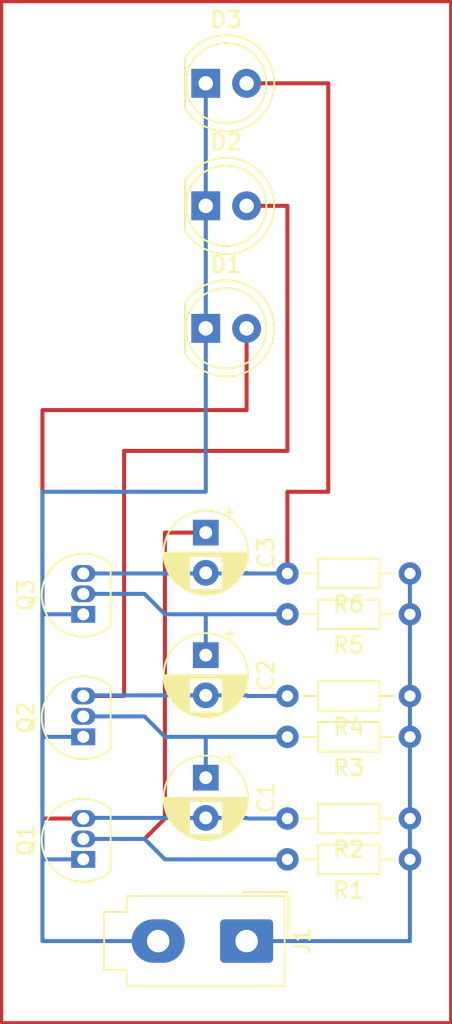
<source format=kicad_pcb>
(kicad_pcb (version 20211014) (generator pcbnew)
  (layers (0 "F.Cu" signal) (31 "B.Cu" signal) (34 "B.Paste" user) (35 "F.Paste" user) (36 "B.SilkS" user "B.Silkscreen") (37 "F.SilkS" user "F.Silkscreen") (38 "B.Mask" user) (39 "F.Mask" user) (44 "Edge.Cuts" user))
  (net 0 "")
  (net 1 "Net-(C1-Pad1)")
  (net 2 "Net-(C1-Pad2)")
  (net 3 "Net-(C2-Pad1)")
  (net 4 "Net-(C2-Pad2)")
  (net 5 "Net-(C3-Pad1)")
  (net 6 "Net-(C3-Pad2)")
  (net 7 "Net-(D1-Pad1)")
  (net 8 "Net-(J1-Pad1)")
  (footprint "Capacitor_THT:CP_Radial_D5.0mm_P2.50mm" (layer "F.Cu") (at 121.92 73.66 -90)
    (fp_text reference "C1" (at 1.25 -3.75 90) (layer "F.SilkS"))
    (fp_text value "220µF")
    (fp_line (start 1.29 -2.58) (end 1.29 2.58) (layer "F.SilkS") (width 0.12))
    (fp_line (start 2.611 -2.2) (end 2.611 -1.04) (layer "F.SilkS") (width 0.12))
    (fp_line (start 3.771 -0.677) (end 3.771 0.677) (layer "F.SilkS") (width 0.12))
    (fp_line (start 2.011 -2.468) (end 2.011 -1.04) (layer "F.SilkS") (width 0.12))
    (fp_line (start 3.691 -0.915) (end 3.691 0.915) (layer "F.SilkS") (width 0.12))
    (fp_line (start 1.45 -2.573) (end 1.45 2.573) (layer "F.SilkS") (width 0.12))
    (fp_line (start 3.091 -1.826) (end 3.091 -1.04) (layer "F.SilkS") (width 0.12))
    (fp_line (start 2.811 1.04) (end 2.811 2.065) (layer "F.SilkS") (width 0.12))
    (fp_line (start 2.891 -2.004) (end 2.891 -1.04) (layer "F.SilkS") (width 0.12))
    (fp_line (start 3.451 -1.383) (end 3.451 -1.04) (layer "F.SilkS") (width 0.12))
    (fp_line (start -1.304775 -1.725) (end -1.304775 -1.225) (layer "F.SilkS") (width 0.12))
    (fp_line (start 2.971 1.04) (end 2.971 1.937) (layer "F.SilkS") (width 0.12))
    (fp_line (start 2.571 -2.224) (end 2.571 -1.04) (layer "F.SilkS") (width 0.12))
    (fp_line (start 3.011 1.04) (end 3.011 1.901) (layer "F.SilkS") (width 0.12))
    (fp_line (start 2.771 -2.095) (end 2.771 -1.04) (layer "F.SilkS") (width 0.12))
    (fp_line (start 3.251 1.04) (end 3.251 1.653) (layer "F.SilkS") (width 0.12))
    (fp_line (start 1.53 -2.565) (end 1.53 -1.04) (layer "F.SilkS") (width 0.12))
    (fp_line (start 1.65 1.04) (end 1.65 2.55) (layer "F.SilkS") (width 0.12))
    (fp_line (start 2.971 -1.937) (end 2.971 -1.04) (layer "F.SilkS") (width 0.12))
    (fp_line (start 3.291 -1.605) (end 3.291 -1.04) (layer "F.SilkS") (width 0.12))
    (fp_line (start 1.61 1.04) (end 1.61 2.556) (layer "F.SilkS") (width 0.12))
    (fp_line (start 1.49 -2.569) (end 1.49 -1.04) (layer "F.SilkS") (width 0.12))
    (fp_line (start 3.291 1.04) (end 3.291 1.605) (layer "F.SilkS") (width 0.12))
    (fp_line (start 3.531 -1.251) (end 3.531 -1.04) (layer "F.SilkS") (width 0.12))
    (fp_line (start 1.53 1.04) (end 1.53 2.565) (layer "F.SilkS") (width 0.12))
    (fp_line (start 1.73 1.04) (end 1.73 2.536) (layer "F.SilkS") (width 0.12))
    (fp_line (start 1.85 1.04) (end 1.85 2.511) (layer "F.SilkS") (width 0.12))
    (fp_line (start 2.171 -2.414) (end 2.171 -1.04) (layer "F.SilkS") (width 0.12))
    (fp_line (start 3.211 1.04) (end 3.211 1.699) (layer "F.SilkS") (width 0.12))
    (fp_line (start 2.411 1.04) (end 2.411 2.31) (layer "F.SilkS") (width 0.12))
    (fp_line (start 2.851 1.04) (end 2.851 2.035) (layer "F.SilkS") (width 0.12))
    (fp_line (start 3.851 -0.284) (end 3.851 0.284) (layer "F.SilkS") (width 0.12))
    (fp_line (start 2.851 -2.035) (end 2.851 -1.04) (layer "F.SilkS") (width 0.12))
    (fp_line (start 1.69 1.04) (end 1.69 2.543) (layer "F.SilkS") (width 0.12))
    (fp_line (start 2.811 -2.065) (end 2.811 -1.04) (layer "F.SilkS") (width 0.12))
    (fp_line (start 3.051 1.04) (end 3.051 1.864) (layer "F.SilkS") (width 0.12))
    (fp_line (start 1.81 -2.52) (end 1.81 -1.04) (layer "F.SilkS") (width 0.12))
    (fp_line (start 1.25 -2.58) (end 1.25 2.58) (layer "F.SilkS") (width 0.12))
    (fp_line (start 3.131 -1.785) (end 3.131 -1.04) (layer "F.SilkS") (width 0.12))
    (fp_line (start 3.211 -1.699) (end 3.211 -1.04) (layer "F.SilkS") (width 0.12))
    (fp_line (start 2.251 1.04) (end 2.251 2.382) (layer "F.SilkS") (width 0.12))
    (fp_line (start 1.69 -2.543) (end 1.69 -1.04) (layer "F.SilkS") (width 0.12))
    (fp_line (start 2.171 1.04) (end 2.171 2.414) (layer "F.SilkS") (width 0.12))
    (fp_line (start 3.811 -0.518) (end 3.811 0.518) (layer "F.SilkS") (width 0.12))
    (fp_line (start 2.451 -2.29) (end 2.451 -1.04) (layer "F.SilkS") (width 0.12))
    (fp_line (start 2.371 -2.329) (end 2.371 -1.04) (layer "F.SilkS") (width 0.12))
    (fp_line (start 1.61 -2.556) (end 1.61 -1.04) (layer "F.SilkS") (width 0.12))
    (fp_line (start 3.491 1.04) (end 3.491 1.319) (layer "F.SilkS") (width 0.12))
    (fp_line (start 2.731 1.04) (end 2.731 2.122) (layer "F.SilkS") (width 0.12))
    (fp_line (start 2.491 -2.268) (end 2.491 -1.04) (layer "F.SilkS") (width 0.12))
    (fp_line (start 2.331 1.04) (end 2.331 2.348) (layer "F.SilkS") (width 0.12))
    (fp_line (start 2.691 -2.149) (end 2.691 -1.04) (layer "F.SilkS") (width 0.12))
    (fp_line (start 3.611 -1.098) (end 3.611 1.098) (layer "F.SilkS") (width 0.12))
    (fp_line (start 2.291 -2.365) (end 2.291 -1.04) (layer "F.SilkS") (width 0.12))
    (fp_line (start 2.891 1.04) (end 2.891 2.004) (layer "F.SilkS") (width 0.12))
    (fp_line (start 2.131 1.04) (end 2.131 2.428) (layer "F.SilkS") (width 0.12))
    (fp_line (start 1.77 -2.528) (end 1.77 -1.04) (layer "F.SilkS") (width 0.12))
    (fp_line (start 3.051 -1.864) (end 3.051 -1.04) (layer "F.SilkS") (width 0.12))
    (fp_line (start 2.251 -2.382) (end 2.251 -1.04) (layer "F.SilkS") (width 0.12))
    (fp_line (start 1.971 1.04) (end 1.971 2.48) (layer "F.SilkS") (width 0.12))
    (fp_line (start 2.611 1.04) (end 2.611 2.2) (layer "F.SilkS") (width 0.12))
    (fp_line (start 2.131 -2.428) (end 2.131 -1.04) (layer "F.SilkS") (width 0.12))
    (fp_line (start 2.371 1.04) (end 2.371 2.329) (layer "F.SilkS") (width 0.12))
    (fp_line (start 2.531 1.04) (end 2.531 2.247) (layer "F.SilkS") (width 0.12))
    (fp_line (start 3.371 -1.5) (end 3.371 -1.04) (layer "F.SilkS") (width 0.12))
    (fp_line (start 1.971 -2.48) (end 1.971 -1.04) (layer "F.SilkS") (width 0.12))
    (fp_line (start 3.411 1.04) (end 3.411 1.443) (layer "F.SilkS") (width 0.12))
    (fp_line (start 1.41 -2.576) (end 1.41 2.576) (layer "F.SilkS") (width 0.12))
    (fp_line (start 3.131 1.04) (end 3.131 1.785) (layer "F.SilkS") (width 0.12))
    (fp_line (start 2.211 1.04) (end 2.211 2.398) (layer "F.SilkS") (width 0.12))
    (fp_line (start 2.651 1.04) (end 2.651 2.175) (layer "F.SilkS") (width 0.12))
    (fp_line (start 1.85 -2.511) (end 1.85 -1.04) (layer "F.SilkS") (width 0.12))
    (fp_line (start 2.051 -2.455) (end 2.051 -1.04) (layer "F.SilkS") (width 0.12))
    (fp_line (start 3.171 -1.743) (end 3.171 -1.04) (layer "F.SilkS") (width 0.12))
    (fp_line (start 3.531 1.04) (end 3.531 1.251) (layer "F.SilkS") (width 0.12))
    (fp_line (start 3.651 -1.011) (end 3.651 1.011) (layer "F.SilkS") (width 0.12))
    (fp_line (start 2.691 1.04) (end 2.691 2.149) (layer "F.SilkS") (width 0.12))
    (fp_line (start 2.771 1.04) (end 2.771 2.095) (layer "F.SilkS") (width 0.12))
    (fp_line (start 2.491 1.04) (end 2.491 2.268) (layer "F.SilkS") (width 0.12))
    (fp_line (start -1.554775 -1.475) (end -1.054775 -1.475) (layer "F.SilkS") (width 0.12))
    (fp_line (start 2.331 -2.348) (end 2.331 -1.04) (layer "F.SilkS") (width 0.12))
    (fp_line (start 1.65 -2.55) (end 1.65 -1.04) (layer "F.SilkS") (width 0.12))
    (fp_line (start 1.57 -2.561) (end 1.57 -1.04) (layer "F.SilkS") (width 0.12))
    (fp_line (start 1.89 -2.501) (end 1.89 -1.04) (layer "F.SilkS") (width 0.12))
    (fp_line (start 1.93 -2.491) (end 1.93 -1.04) (layer "F.SilkS") (width 0.12))
    (fp_line (start 3.371 1.04) (end 3.371 1.5) (layer "F.SilkS") (width 0.12))
    (fp_line (start 2.011 1.04) (end 2.011 2.468) (layer "F.SilkS") (width 0.12))
    (fp_line (start 3.411 -1.443) (end 3.411 -1.04) (layer "F.SilkS") (width 0.12))
    (fp_line (start 2.931 -1.971) (end 2.931 -1.04) (layer "F.SilkS") (width 0.12))
    (fp_line (start 3.571 -1.178) (end 3.571 1.178) (layer "F.SilkS") (width 0.12))
    (fp_line (start 2.571 1.04) (end 2.571 2.224) (layer "F.SilkS") (width 0.12))
    (fp_line (start 2.091 1.04) (end 2.091 2.442) (layer "F.SilkS") (width 0.12))
    (fp_line (start 1.37 -2.578) (end 1.37 2.578) (layer "F.SilkS") (width 0.12))
    (fp_line (start 3.491 -1.319) (end 3.491 -1.04) (layer "F.SilkS") (width 0.12))
    (fp_line (start 1.73 -2.536) (end 1.73 -1.04) (layer "F.SilkS") (width 0.12))
    (fp_line (start 3.091 1.04) (end 3.091 1.826) (layer "F.SilkS") (width 0.12))
    (fp_line (start 2.411 -2.31) (end 2.411 -1.04) (layer "F.SilkS") (width 0.12))
    (fp_line (start 3.731 -0.805) (end 3.731 0.805) (layer "F.SilkS") (width 0.12))
    (fp_line (start 2.651 -2.175) (end 2.651 -1.04) (layer "F.SilkS") (width 0.12))
    (fp_line (start 2.051 1.04) (end 2.051 2.455) (layer "F.SilkS") (width 0.12))
    (fp_line (start 3.251 -1.653) (end 3.251 -1.04) (layer "F.SilkS") (width 0.12))
    (fp_line (start 2.731 -2.122) (end 2.731 -1.04) (layer "F.SilkS") (width 0.12))
    (fp_line (start 2.291 1.04) (end 2.291 2.365) (layer "F.SilkS") (width 0.12))
    (fp_line (start 1.81 1.04) (end 1.81 2.52) (layer "F.SilkS") (width 0.12))
    (fp_line (start 1.77 1.04) (end 1.77 2.528) (layer "F.SilkS") (width 0.12))
    (fp_line (start 2.211 -2.398) (end 2.211 -1.04) (layer "F.SilkS") (width 0.12))
    (fp_line (start 1.57 1.04) (end 1.57 2.561) (layer "F.SilkS") (width 0.12))
    (fp_line (start 2.531 -2.247) (end 2.531 -1.04) (layer "F.SilkS") (width 0.12))
    (fp_line (start 3.451 1.04) (end 3.451 1.383) (layer "F.SilkS") (width 0.12))
    (fp_line (start 3.331 1.04) (end 3.331 1.554) (layer "F.SilkS") (width 0.12))
    (fp_line (start 1.89 1.04) (end 1.89 2.501) (layer "F.SilkS") (width 0.12))
    (fp_line (start 1.33 -2.579) (end 1.33 2.579) (layer "F.SilkS") (width 0.12))
    (fp_line (start 3.331 -1.554) (end 3.331 -1.04) (layer "F.SilkS") (width 0.12))
    (fp_line (start 2.931 1.04) (end 2.931 1.971) (layer "F.SilkS") (width 0.12))
    (fp_line (start 1.93 1.04) (end 1.93 2.491) (layer "F.SilkS") (width 0.12))
    (fp_line (start 3.011 -1.901) (end 3.011 -1.04) (layer "F.SilkS") (width 0.12))
    (fp_line (start 1.49 1.04) (end 1.49 2.569) (layer "F.SilkS") (width 0.12))
    (fp_line (start 3.171 1.04) (end 3.171 1.743) (layer "F.SilkS") (width 0.12))
    (fp_line (start 2.451 1.04) (end 2.451 2.29) (layer "F.SilkS") (width 0.12))
    (fp_line (start 2.091 -2.442) (end 2.091 -1.04) (layer "F.SilkS") (width 0.12))
    (fp_circle (center 1.25 0) (end 3.87 0) (layer "F.SilkS") (width 0.12) (fill none))
    (pad "1" thru_hole rect locked (at 0 0 270) (size 1.6 1.6) (drill 0.8) (layers *.Cu *.Mask) (net 1 "Net-(C1-Pad1)"))
    (pad "2" thru_hole circle locked (at 2.5 0 270) (size 1.6 1.6) (drill 0.8) (layers *.Cu *.Mask) (net 2 "Net-(C1-Pad2)"))
  )
  (footprint "Package_TO_SOT_THT:TO-92L_Inline" (layer "F.Cu") (at 114.3 78.74 90)
    (fp_text reference "Q1" (at 1.19 -3.56 90) (layer "F.SilkS"))
    (fp_text value "2N2222")
    (fp_line (start -0.75 1.7) (end 3.1 1.7) (layer "F.SilkS") (width 0.12))
    (fp_arc (start -0.75 1.7) (mid 1.183448 -2.579449) (end 3.138611 1.690122) (layer "F.SilkS") (width 0.12))
    (pad "1" thru_hole rect locked (at 0 0 90) (size 1.05 1.5) (drill 0.75) (layers *.Cu *.Mask) (net 7 "Net-(D1-Pad1)"))
    (pad "2" thru_hole oval locked (at 1.27 0 90) (size 1.05 1.5) (drill 0.75) (layers *.Cu *.Mask) (net 5 "Net-(C3-Pad1)"))
    (pad "3" thru_hole oval locked (at 2.54 0 90) (size 1.05 1.5) (drill 0.75) (layers *.Cu *.Mask) (net 2 "Net-(C1-Pad2)"))
  )
  (footprint "Resistor_THT:R_Axial_DIN0204_L3.6mm_D1.6mm_P7.62mm_Horizontal" (layer "F.Cu") (at 134.62 76.2 180)
    (fp_text reference "R2" (at 3.81 -1.92) (layer "F.SilkS"))
    (fp_text value "1K")
    (fp_line (start 5.73 0.92) (end 5.73 -0.92) (layer "F.SilkS") (width 0.12))
    (fp_line (start 5.73 -0.92) (end 1.89 -0.92) (layer "F.SilkS") (width 0.12))
    (fp_line (start 1.89 -0.92) (end 1.89 0.92) (layer "F.SilkS") (width 0.12))
    (fp_line (start 6.68 0) (end 5.73 0) (layer "F.SilkS") (width 0.12))
    (fp_line (start 0.94 0) (end 1.89 0) (layer "F.SilkS") (width 0.12))
    (fp_line (start 1.89 0.92) (end 5.73 0.92) (layer "F.SilkS") (width 0.12))
    (pad "1" thru_hole circle locked (at 0 0 180) (size 1.4 1.4) (drill 0.7) (layers *.Cu *.Mask) (net 8 "Net-(J1-Pad1)"))
    (pad "2" thru_hole oval locked (at 7.62 0 180) (size 1.4 1.4) (drill 0.7) (layers *.Cu *.Mask) (net 2 "Net-(C1-Pad2)"))
  )
  (footprint "LED_THT:LED_D5.0mm" (layer "F.Cu") (at 121.92 38.1)
    (fp_text reference "D2" (at 1.27 -3.96) (layer "F.SilkS"))
    (fp_text value "LED Yellow")
    (fp_line (start -1.29 -1.545) (end -1.29 1.545) (layer "F.SilkS") (width 0.12))
    (fp_arc (start -1.29 -1.54483) (mid 2.072002 -2.880433) (end 4.26 0.000462) (layer "F.SilkS") (width 0.12))
    (fp_arc (start 4.26 -0.000462) (mid 2.072002 2.880433) (end -1.29 1.54483) (layer "F.SilkS") (width 0.12))
    (fp_circle (center 1.27 0) (end 3.77 0) (layer "F.SilkS") (width 0.12) (fill none))
    (pad "1" thru_hole rect locked (at 0 0) (size 1.8 1.8) (drill 0.9) (layers *.Cu *.Mask) (net 7 "Net-(D1-Pad1)"))
    (pad "2" thru_hole circle locked (at 2.54 0) (size 1.8 1.8) (drill 0.9) (layers *.Cu *.Mask) (net 4 "Net-(C2-Pad2)"))
  )
  (footprint "Resistor_THT:R_Axial_DIN0204_L3.6mm_D1.6mm_P7.62mm_Horizontal" (layer "F.Cu") (at 134.62 60.96 180)
    (fp_text reference "R6" (at 3.81 -1.92) (layer "F.SilkS"))
    (fp_text value "1K")
    (fp_line (start 6.68 0) (end 5.73 0) (layer "F.SilkS") (width 0.12))
    (fp_line (start 1.89 0.92) (end 5.73 0.92) (layer "F.SilkS") (width 0.12))
    (fp_line (start 5.73 0.92) (end 5.73 -0.92) (layer "F.SilkS") (width 0.12))
    (fp_line (start 5.73 -0.92) (end 1.89 -0.92) (layer "F.SilkS") (width 0.12))
    (fp_line (start 1.89 -0.92) (end 1.89 0.92) (layer "F.SilkS") (width 0.12))
    (fp_line (start 0.94 0) (end 1.89 0) (layer "F.SilkS") (width 0.12))
    (pad "1" thru_hole circle locked (at 0 0 180) (size 1.4 1.4) (drill 0.7) (layers *.Cu *.Mask) (net 8 "Net-(J1-Pad1)"))
    (pad "2" thru_hole oval locked (at 7.62 0 180) (size 1.4 1.4) (drill 0.7) (layers *.Cu *.Mask) (net 6 "Net-(C3-Pad2)"))
  )
  (footprint "Capacitor_THT:CP_Radial_D5.0mm_P2.50mm" (layer "F.Cu") (at 121.92 66.04 -90)
    (fp_text reference "C2" (at 1.25 -3.75 90) (layer "F.SilkS"))
    (fp_text value "220µF")
    (fp_line (start 2.571 1.04) (end 2.571 2.224) (layer "F.SilkS") (width 0.12))
    (fp_line (start 2.691 1.04) (end 2.691 2.149) (layer "F.SilkS") (width 0.12))
    (fp_line (start 3.171 1.04) (end 3.171 1.743) (layer "F.SilkS") (width 0.12))
    (fp_line (start 1.69 -2.543) (end 1.69 -1.04) (layer "F.SilkS") (width 0.12))
    (fp_line (start 1.77 1.04) (end 1.77 2.528) (layer "F.SilkS") (width 0.12))
    (fp_line (start 1.73 -2.536) (end 1.73 -1.04) (layer "F.SilkS") (width 0.12))
    (fp_line (start 3.531 1.04) (end 3.531 1.251) (layer "F.SilkS") (width 0.12))
    (fp_line (start 2.651 -2.175) (end 2.651 -1.04) (layer "F.SilkS") (width 0.12))
    (fp_line (start 3.331 1.04) (end 3.331 1.554) (layer "F.SilkS") (width 0.12))
    (fp_line (start 1.85 1.04) (end 1.85 2.511) (layer "F.SilkS") (width 0.12))
    (fp_line (start 3.211 -1.699) (end 3.211 -1.04) (layer "F.SilkS") (width 0.12))
    (fp_line (start 1.81 -2.52) (end 1.81 -1.04) (layer "F.SilkS") (width 0.12))
    (fp_line (start 3.411 1.04) (end 3.411 1.443) (layer "F.SilkS") (width 0.12))
    (fp_line (start 1.971 -2.48) (end 1.971 -1.04) (layer "F.SilkS") (width 0.12))
    (fp_line (start 1.53 1.04) (end 1.53 2.565) (layer "F.SilkS") (width 0.12))
    (fp_line (start 2.531 -2.247) (end 2.531 -1.04) (layer "F.SilkS") (width 0.12))
    (fp_line (start 1.57 1.04) (end 1.57 2.561) (layer "F.SilkS") (width 0.12))
    (fp_line (start 3.011 1.04) (end 3.011 1.901) (layer "F.SilkS") (width 0.12))
    (fp_line (start 2.371 -2.329) (end 2.371 -1.04) (layer "F.SilkS") (width 0.12))
    (fp_line (start 1.45 -2.573) (end 1.45 2.573) (layer "F.SilkS") (width 0.12))
    (fp_line (start 3.771 -0.677) (end 3.771 0.677) (layer "F.SilkS") (width 0.12))
    (fp_line (start 1.69 1.04) (end 1.69 2.543) (layer "F.SilkS") (width 0.12))
    (fp_line (start 3.451 1.04) (end 3.451 1.383) (layer "F.SilkS") (width 0.12))
    (fp_line (start 2.251 -2.382) (end 2.251 -1.04) (layer "F.SilkS") (width 0.12))
    (fp_line (start 2.731 1.04) (end 2.731 2.122) (layer "F.SilkS") (width 0.12))
    (fp_line (start 2.891 -2.004) (end 2.891 -1.04) (layer "F.SilkS") (width 0.12))
    (fp_line (start 2.931 -1.971) (end 2.931 -1.04) (layer "F.SilkS") (width 0.12))
    (fp_line (start 3.851 -0.284) (end 3.851 0.284) (layer "F.SilkS") (width 0.12))
    (fp_line (start 2.971 -1.937) (end 2.971 -1.04) (layer "F.SilkS") (width 0.12))
    (fp_line (start 1.61 -2.556) (end 1.61 -1.04) (layer "F.SilkS") (width 0.12))
    (fp_line (start 1.37 -2.578) (end 1.37 2.578) (layer "F.SilkS") (width 0.12))
    (fp_line (start 2.131 1.04) (end 2.131 2.428) (layer "F.SilkS") (width 0.12))
    (fp_line (start 2.851 1.04) (end 2.851 2.035) (layer "F.SilkS") (width 0.12))
    (fp_line (start 2.731 -2.122) (end 2.731 -1.04) (layer "F.SilkS") (width 0.12))
    (fp_line (start 3.571 -1.178) (end 3.571 1.178) (layer "F.SilkS") (width 0.12))
    (fp_line (start 3.171 -1.743) (end 3.171 -1.04) (layer "F.SilkS") (width 0.12))
    (fp_line (start 3.371 1.04) (end 3.371 1.5) (layer "F.SilkS") (width 0.12))
    (fp_line (start 2.651 1.04) (end 2.651 2.175) (layer "F.SilkS") (width 0.12))
    (fp_line (start 2.851 -2.035) (end 2.851 -1.04) (layer "F.SilkS") (width 0.12))
    (fp_line (start 3.651 -1.011) (end 3.651 1.011) (layer "F.SilkS") (width 0.12))
    (fp_line (start 2.211 -2.398) (end 2.211 -1.04) (layer "F.SilkS") (width 0.12))
    (fp_line (start 2.691 -2.149) (end 2.691 -1.04) (layer "F.SilkS") (width 0.12))
    (fp_line (start 3.011 -1.901) (end 3.011 -1.04) (layer "F.SilkS") (width 0.12))
    (fp_line (start 2.611 -2.2) (end 2.611 -1.04) (layer "F.SilkS") (width 0.12))
    (fp_line (start 1.49 1.04) (end 1.49 2.569) (layer "F.SilkS") (width 0.12))
    (fp_line (start 1.85 -2.511) (end 1.85 -1.04) (layer "F.SilkS") (width 0.12))
    (fp_line (start 3.371 -1.5) (end 3.371 -1.04) (layer "F.SilkS") (width 0.12))
    (fp_line (start 2.171 1.04) (end 2.171 2.414) (layer "F.SilkS") (width 0.12))
    (fp_line (start 2.011 1.04) (end 2.011 2.468) (layer "F.SilkS") (width 0.12))
    (fp_line (start 1.89 -2.501) (end 1.89 -1.04) (layer "F.SilkS") (width 0.12))
    (fp_line (start 2.531 1.04) (end 2.531 2.247) (layer "F.SilkS") (width 0.12))
    (fp_line (start -1.554775 -1.475) (end -1.054775 -1.475) (layer "F.SilkS") (width 0.12))
    (fp_line (start 2.611 1.04) (end 2.611 2.2) (layer "F.SilkS") (width 0.12))
    (fp_line (start 2.411 -2.31) (end 2.411 -1.04) (layer "F.SilkS") (width 0.12))
    (fp_line (start 2.331 -2.348) (end 2.331 -1.04) (layer "F.SilkS") (width 0.12))
    (fp_line (start 2.091 1.04) (end 2.091 2.442) (layer "F.SilkS") (width 0.12))
    (fp_line (start 2.051 -2.455) (end 2.051 -1.04) (layer "F.SilkS") (width 0.12))
    (fp_line (start 2.771 1.04) (end 2.771 2.095) (layer "F.SilkS") (width 0.12))
    (fp_line (start 1.89 1.04) (end 1.89 2.501) (layer "F.SilkS") (width 0.12))
    (fp_line (start 2.771 -2.095) (end 2.771 -1.04) (layer "F.SilkS") (width 0.12))
    (fp_line (start 2.331 1.04) (end 2.331 2.348) (layer "F.SilkS") (width 0.12))
    (fp_line (start 2.491 1.04) (end 2.491 2.268) (layer "F.SilkS") (width 0.12))
    (fp_line (start 3.251 1.04) (end 3.251 1.653) (layer "F.SilkS") (width 0.12))
    (fp_line (start 1.73 1.04) (end 1.73 2.536) (layer "F.SilkS") (width 0.12))
    (fp_line (start 1.61 1.04) (end 1.61 2.556) (layer "F.SilkS") (width 0.12))
    (fp_line (start 2.291 1.04) (end 2.291 2.365) (layer "F.SilkS") (width 0.12))
    (fp_line (start 3.091 1.04) (end 3.091 1.826) (layer "F.SilkS") (width 0.12))
    (fp_line (start 3.611 -1.098) (end 3.611 1.098) (layer "F.SilkS") (width 0.12))
    (fp_line (start 1.41 -2.576) (end 1.41 2.576) (layer "F.SilkS") (width 0.12))
    (fp_line (start 2.011 -2.468) (end 2.011 -1.04) (layer "F.SilkS") (width 0.12))
    (fp_line (start 3.531 -1.251) (end 3.531 -1.04) (layer "F.SilkS") (width 0.12))
    (fp_line (start 1.971 1.04) (end 1.971 2.48) (layer "F.SilkS") (width 0.12))
    (fp_line (start 2.811 -2.065) (end 2.811 -1.04) (layer "F.SilkS") (width 0.12))
    (fp_line (start 1.49 -2.569) (end 1.49 -1.04) (layer "F.SilkS") (width 0.12))
    (fp_line (start 3.131 1.04) (end 3.131 1.785) (layer "F.SilkS") (width 0.12))
    (fp_line (start 1.65 1.04) (end 1.65 2.55) (layer "F.SilkS") (width 0.12))
    (fp_line (start 1.25 -2.58) (end 1.25 2.58) (layer "F.SilkS") (width 0.12))
    (fp_line (start 3.051 -1.864) (end 3.051 -1.04) (layer "F.SilkS") (width 0.12))
    (fp_line (start 2.291 -2.365) (end 2.291 -1.04) (layer "F.SilkS") (width 0.12))
    (fp_line (start 1.53 -2.565) (end 1.53 -1.04) (layer "F.SilkS") (width 0.12))
    (fp_line (start 3.491 -1.319) (end 3.491 -1.04) (layer "F.SilkS") (width 0.12))
    (fp_line (start 2.451 -2.29) (end 2.451 -1.04) (layer "F.SilkS") (width 0.12))
    (fp_line (start 3.331 -1.554) (end 3.331 -1.04) (layer "F.SilkS") (width 0.12))
    (fp_line (start 1.77 -2.528) (end 1.77 -1.04) (layer "F.SilkS") (width 0.12))
    (fp_line (start 2.371 1.04) (end 2.371 2.329) (layer "F.SilkS") (width 0.12))
    (fp_line (start 1.93 1.04) (end 1.93 2.491) (layer "F.SilkS") (width 0.12))
    (fp_line (start 2.091 -2.442) (end 2.091 -1.04) (layer "F.SilkS") (width 0.12))
    (fp_line (start 3.211 1.04) (end 3.211 1.699) (layer "F.SilkS") (width 0.12))
    (fp_line (start 2.411 1.04) (end 2.411 2.31) (layer "F.SilkS") (width 0.12))
    (fp_line (start 1.93 -2.491) (end 1.93 -1.04) (layer "F.SilkS") (width 0.12))
    (fp_line (start 3.291 -1.605) (end 3.291 -1.04) (layer "F.SilkS") (width 0.12))
    (fp_line (start 1.57 -2.561) (end 1.57 -1.04) (layer "F.SilkS") (width 0.12))
    (fp_line (start 2.971 1.04) (end 2.971 1.937) (layer "F.SilkS") (width 0.12))
    (fp_line (start 2.491 -2.268) (end 2.491 -1.04) (layer "F.SilkS") (width 0.12))
    (fp_line (start 2.891 1.04) (end 2.891 2.004) (layer "F.SilkS") (width 0.12))
    (fp_line (start 3.411 -1.443) (end 3.411 -1.04) (layer "F.SilkS") (width 0.12))
    (fp_line (start 3.491 1.04) (end 3.491 1.319) (layer "F.SilkS") (width 0.12))
    (fp_line (start 2.931 1.04) (end 2.931 1.971) (layer "F.SilkS") (width 0.12))
    (fp_line (start 1.65 -2.55) (end 1.65 -1.04) (layer "F.SilkS") (width 0.12))
    (fp_line (start 1.33 -2.579) (end 1.33 2.579) (layer "F.SilkS") (width 0.12))
    (fp_line (start -1.304775 -1.725) (end -1.304775 -1.225) (layer "F.SilkS") (width 0.12))
    (fp_line (start 3.811 -0.518) (end 3.811 0.518) (layer "F.SilkS") (width 0.12))
    (fp_line (start 3.251 -1.653) (end 3.251 -1.04) (layer "F.SilkS") (width 0.12))
    (fp_line (start 1.29 -2.58) (end 1.29 2.58) (layer "F.SilkS") (width 0.12))
    (fp_line (start 2.131 -2.428) (end 2.131 -1.04) (layer "F.SilkS") (width 0.12))
    (fp_line (start 2.451 1.04) (end 2.451 2.29) (layer "F.SilkS") (width 0.12))
    (fp_line (start 3.051 1.04) (end 3.051 1.864) (layer "F.SilkS") (width 0.12))
    (fp_line (start 2.811 1.04) (end 2.811 2.065) (layer "F.SilkS") (width 0.12))
    (fp_line (start 2.571 -2.224) (end 2.571 -1.04) (layer "F.SilkS") (width 0.12))
    (fp_line (start 2.171 -2.414) (end 2.171 -1.04) (layer "F.SilkS") (width 0.12))
    (fp_line (start 2.251 1.04) (end 2.251 2.382) (layer "F.SilkS") (width 0.12))
    (fp_line (start 3.091 -1.826) (end 3.091 -1.04) (layer "F.SilkS") (width 0.12))
    (fp_line (start 2.051 1.04) (end 2.051 2.455) (layer "F.SilkS") (width 0.12))
    (fp_line (start 3.131 -1.785) (end 3.131 -1.04) (layer "F.SilkS") (width 0.12))
    (fp_line (start 3.451 -1.383) (end 3.451 -1.04) (layer "F.SilkS") (width 0.12))
    (fp_line (start 3.691 -0.915) (end 3.691 0.915) (layer "F.SilkS") (width 0.12))
    (fp_line (start 3.731 -0.805) (end 3.731 0.805) (layer "F.SilkS") (width 0.12))
    (fp_line (start 3.291 1.04) (end 3.291 1.605) (layer "F.SilkS") (width 0.12))
    (fp_line (start 2.211 1.04) (end 2.211 2.398) (layer "F.SilkS") (width 0.12))
    (fp_line (start 1.81 1.04) (end 1.81 2.52) (layer "F.SilkS") (width 0.12))
    (fp_circle (center 1.25 0) (end 3.87 0) (layer "F.SilkS") (width 0.12) (fill none))
    (pad "1" thru_hole rect locked (at 0 0 270) (size 1.6 1.6) (drill 0.8) (layers *.Cu *.Mask) (net 3 "Net-(C2-Pad1)"))
    (pad "2" thru_hole circle locked (at 2.5 0 270) (size 1.6 1.6) (drill 0.8) (layers *.Cu *.Mask) (net 4 "Net-(C2-Pad2)"))
  )
  (footprint "Resistor_THT:R_Axial_DIN0204_L3.6mm_D1.6mm_P7.62mm_Horizontal" (layer "F.Cu") (at 134.62 71.12 180)
    (fp_text reference "R3" (at 3.81 -1.92) (layer "F.SilkS"))
    (fp_text value "22K")
    (fp_line (start 0.94 0) (end 1.89 0) (layer "F.SilkS") (width 0.12))
    (fp_line (start 1.89 0.92) (end 5.73 0.92) (layer "F.SilkS") (width 0.12))
    (fp_line (start 6.68 0) (end 5.73 0) (layer "F.SilkS") (width 0.12))
    (fp_line (start 1.89 -0.92) (end 1.89 0.92) (layer "F.SilkS") (width 0.12))
    (fp_line (start 5.73 0.92) (end 5.73 -0.92) (layer "F.SilkS") (width 0.12))
    (fp_line (start 5.73 -0.92) (end 1.89 -0.92) (layer "F.SilkS") (width 0.12))
    (pad "1" thru_hole circle locked (at 0 0 180) (size 1.4 1.4) (drill 0.7) (layers *.Cu *.Mask) (net 8 "Net-(J1-Pad1)"))
    (pad "2" thru_hole oval locked (at 7.62 0 180) (size 1.4 1.4) (drill 0.7) (layers *.Cu *.Mask) (net 1 "Net-(C1-Pad1)"))
  )
  (footprint "Resistor_THT:R_Axial_DIN0204_L3.6mm_D1.6mm_P7.62mm_Horizontal" (layer "F.Cu") (at 134.62 63.5 180)
    (fp_text reference "R5" (at 3.81 -1.92) (layer "F.SilkS"))
    (fp_text value "22K")
    (fp_line (start 5.73 -0.92) (end 1.89 -0.92) (layer "F.SilkS") (width 0.12))
    (fp_line (start 1.89 0.92) (end 5.73 0.92) (layer "F.SilkS") (width 0.12))
    (fp_line (start 0.94 0) (end 1.89 0) (layer "F.SilkS") (width 0.12))
    (fp_line (start 6.68 0) (end 5.73 0) (layer "F.SilkS") (width 0.12))
    (fp_line (start 1.89 -0.92) (end 1.89 0.92) (layer "F.SilkS") (width 0.12))
    (fp_line (start 5.73 0.92) (end 5.73 -0.92) (layer "F.SilkS") (width 0.12))
    (pad "1" thru_hole circle locked (at 0 0 180) (size 1.4 1.4) (drill 0.7) (layers *.Cu *.Mask) (net 8 "Net-(J1-Pad1)"))
    (pad "2" thru_hole oval locked (at 7.62 0 180) (size 1.4 1.4) (drill 0.7) (layers *.Cu *.Mask) (net 3 "Net-(C2-Pad1)"))
  )
  (footprint "LED_THT:LED_D5.0mm" (layer "F.Cu") (at 121.92 45.72)
    (fp_text reference "D1" (at 1.27 -3.96) (layer "F.SilkS"))
    (fp_text value "LED Green")
    (fp_line (start -1.29 -1.545) (end -1.29 1.545) (layer "F.SilkS") (width 0.12))
    (fp_arc (start -1.29 -1.54483) (mid 2.072002 -2.880433) (end 4.26 0.000462) (layer "F.SilkS") (width 0.12))
    (fp_arc (start 4.26 -0.000462) (mid 2.072002 2.880433) (end -1.29 1.54483) (layer "F.SilkS") (width 0.12))
    (fp_circle (center 1.27 0) (end 3.77 0) (layer "F.SilkS") (width 0.12) (fill none))
    (pad "1" thru_hole rect locked (at 0 0) (size 1.8 1.8) (drill 0.9) (layers *.Cu *.Mask) (net 7 "Net-(D1-Pad1)"))
    (pad "2" thru_hole circle locked (at 2.54 0) (size 1.8 1.8) (drill 0.9) (layers *.Cu *.Mask) (net 2 "Net-(C1-Pad2)"))
  )
  (footprint "Connector_Molex:Molex_Mini-Fit_Jr_5566-02A_2x01_P4.20mm_Vertical" (layer "F.Cu") (at 124.46 83.82 -90)
    (fp_text reference "J1" (at 0 -3.45 90) (layer "F.SilkS"))
    (fp_text value "5V Power")
    (fp_line (start 1.81 8.86) (end 0 8.86) (layer "F.SilkS") (width 0.12))
    (fp_line (start 0 -2.36) (end -2.81 -2.36) (layer "F.SilkS") (width 0.12))
    (fp_line (start -2.81 7.46) (end -1.81 7.46) (layer "F.SilkS") (width 0.12))
    (fp_line (start 0 -2.36) (end 2.81 -2.36) (layer "F.SilkS") (width 0.12))
    (fp_line (start 2.81 -2.36) (end 2.81 7.46) (layer "F.SilkS") (width 0.12))
    (fp_line (start 2.81 7.46) (end 1.81 7.46) (layer "F.SilkS") (width 0.12))
    (fp_line (start -1.81 8.86) (end 0 8.86) (layer "F.SilkS") (width 0.12))
    (fp_line (start -0.2 -2.6) (end -3.05 -2.6) (layer "F.SilkS") (width 0.12))
    (fp_line (start -3.05 -2.6) (end -3.05 0.25) (layer "F.SilkS") (width 0.12))
    (fp_line (start -1.81 7.46) (end -1.81 8.86) (layer "F.SilkS") (width 0.12))
    (fp_line (start 1.81 7.46) (end 1.81 8.86) (layer "F.SilkS") (width 0.12))
    (fp_line (start -2.81 -2.36) (end -2.81 7.46) (layer "F.SilkS") (width 0.12))
    (pad "1" thru_hole roundrect locked (at 0 0 270) (size 2.7 3.3) (drill 1.4) (layers *.Cu *.Mask) (roundrect_rratio 0.092593) (net 8 "Net-(J1-Pad1)"))
    (pad "2" thru_hole oval locked (at 0 5.5 270) (size 2.7 3.3) (drill 1.4) (layers *.Cu *.Mask) (net 7 "Net-(D1-Pad1)"))
  )
  (footprint "LED_THT:LED_D5.0mm" (layer "F.Cu") (at 121.92 30.48)
    (fp_text reference "D3" (at 1.27 -3.96) (layer "F.SilkS"))
    (fp_text value "LED Red")
    (fp_line (start -1.29 -1.545) (end -1.29 1.545) (layer "F.SilkS") (width 0.12))
    (fp_arc (start 4.26 -0.000462) (mid 2.072002 2.880433) (end -1.29 1.54483) (layer "F.SilkS") (width 0.12))
    (fp_arc (start -1.29 -1.54483) (mid 2.072002 -2.880433) (end 4.26 0.000462) (layer "F.SilkS") (width 0.12))
    (fp_circle (center 1.27 0) (end 3.77 0) (layer "F.SilkS") (width 0.12) (fill none))
    (pad "1" thru_hole rect locked (at 0 0) (size 1.8 1.8) (drill 0.9) (layers *.Cu *.Mask) (net 7 "Net-(D1-Pad1)"))
    (pad "2" thru_hole circle locked (at 2.54 0) (size 1.8 1.8) (drill 0.9) (layers *.Cu *.Mask) (net 6 "Net-(C3-Pad2)"))
  )
  (footprint "Capacitor_THT:CP_Radial_D5.0mm_P2.50mm" (layer "F.Cu") (at 121.92 58.42 -90)
    (fp_text reference "C3" (at 1.25 -3.75 90) (layer "F.SilkS"))
    (fp_text value "220µF")
    (fp_line (start 2.131 -2.428) (end 2.131 -1.04) (layer "F.SilkS") (width 0.12))
    (fp_line (start 2.731 -2.122) (end 2.731 -1.04) (layer "F.SilkS") (width 0.12))
    (fp_line (start 1.89 1.04) (end 1.89 2.501) (layer "F.SilkS") (width 0.12))
    (fp_line (start 3.531 -1.251) (end 3.531 -1.04) (layer "F.SilkS") (width 0.12))
    (fp_line (start 2.171 1.04) (end 2.171 2.414) (layer "F.SilkS") (width 0.12))
    (fp_line (start 1.65 -2.55) (end 1.65 -1.04) (layer "F.SilkS") (width 0.12))
    (fp_line (start 2.531 1.04) (end 2.531 2.247) (layer "F.SilkS") (width 0.12))
    (fp_line (start 2.971 -1.937) (end 2.971 -1.04) (layer "F.SilkS") (width 0.12))
    (fp_line (start 2.291 1.04) (end 2.291 2.365) (layer "F.SilkS") (width 0.12))
    (fp_line (start 2.531 -2.247) (end 2.531 -1.04) (layer "F.SilkS") (width 0.12))
    (fp_line (start 2.691 1.04) (end 2.691 2.149) (layer "F.SilkS") (width 0.12))
    (fp_line (start 3.571 -1.178) (end 3.571 1.178) (layer "F.SilkS") (width 0.12))
    (fp_line (start 3.011 1.04) (end 3.011 1.901) (layer "F.SilkS") (width 0.12))
    (fp_line (start 1.33 -2.579) (end 1.33 2.579) (layer "F.SilkS") (width 0.12))
    (fp_line (start 3.491 -1.319) (end 3.491 -1.04) (layer "F.SilkS") (width 0.12))
    (fp_line (start 1.53 -2.565) (end 1.53 -1.04) (layer "F.SilkS") (width 0.12))
    (fp_line (start 2.611 -2.2) (end 2.611 -1.04) (layer "F.SilkS") (width 0.12))
    (fp_line (start 3.851 -0.284) (end 3.851 0.284) (layer "F.SilkS") (width 0.12))
    (fp_line (start 2.091 1.04) (end 2.091 2.442) (layer "F.SilkS") (width 0.12))
    (fp_line (start 1.57 1.04) (end 1.57 2.561) (layer "F.SilkS") (width 0.12))
    (fp_line (start 3.331 -1.554) (end 3.331 -1.04) (layer "F.SilkS") (width 0.12))
    (fp_line (start 2.651 -2.175) (end 2.651 -1.04) (layer "F.SilkS") (width 0.12))
    (fp_line (start 2.491 -2.268) (end 2.491 -1.04) (layer "F.SilkS") (width 0.12))
    (fp_line (start 3.291 1.04) (end 3.291 1.605) (layer "F.SilkS") (width 0.12))
    (fp_line (start 2.891 -2.004) (end 2.891 -1.04) (layer "F.SilkS") (width 0.12))
    (fp_line (start 3.171 -1.743) (end 3.171 -1.04) (layer "F.SilkS") (width 0.12))
    (fp_line (start 3.131 1.04) (end 3.131 1.785) (layer "F.SilkS") (width 0.12))
    (fp_line (start 1.971 -2.48) (end 1.971 -1.04) (layer "F.SilkS") (width 0.12))
    (fp_line (start 1.81 -2.52) (end 1.81 -1.04) (layer "F.SilkS") (width 0.12))
    (fp_line (start 1.85 1.04) (end 1.85 2.511) (layer "F.SilkS") (width 0.12))
    (fp_line (start 3.411 1.04) (end 3.411 1.443) (layer "F.SilkS") (width 0.12))
    (fp_line (start 2.771 1.04) (end 2.771 2.095) (layer "F.SilkS") (width 0.12))
    (fp_line (start 3.331 1.04) (end 3.331 1.554) (layer "F.SilkS") (width 0.12))
    (fp_line (start 1.77 1.04) (end 1.77 2.528) (layer "F.SilkS") (width 0.12))
    (fp_line (start 3.211 -1.699) (end 3.211 -1.04) (layer "F.SilkS") (width 0.12))
    (fp_line (start 3.211 1.04) (end 3.211 1.699) (layer "F.SilkS") (width 0.12))
    (fp_line (start 1.49 -2.569) (end 1.49 -1.04) (layer "F.SilkS") (width 0.12))
    (fp_line (start 1.49 1.04) (end 1.49 2.569) (layer "F.SilkS") (width 0.12))
    (fp_line (start 3.531 1.04) (end 3.531 1.251) (layer "F.SilkS") (width 0.12))
    (fp_line (start 2.411 -2.31) (end 2.411 -1.04) (layer "F.SilkS") (width 0.12))
    (fp_line (start 2.851 -2.035) (end 2.851 -1.04) (layer "F.SilkS") (width 0.12))
    (fp_line (start 2.371 1.04) (end 2.371 2.329) (layer "F.SilkS") (width 0.12))
    (fp_line (start 2.571 1.04) (end 2.571 2.224) (layer "F.SilkS") (width 0.12))
    (fp_line (start 2.611 1.04) (end 2.611 2.2) (layer "F.SilkS") (width 0.12))
    (fp_line (start 2.451 1.04) (end 2.451 2.29) (layer "F.SilkS") (width 0.12))
    (fp_line (start -1.304775 -1.725) (end -1.304775 -1.225) (layer "F.SilkS") (width 0.12))
    (fp_line (start 2.251 -2.382) (end 2.251 -1.04) (layer "F.SilkS") (width 0.12))
    (fp_line (start 1.61 1.04) (end 1.61 2.556) (layer "F.SilkS") (width 0.12))
    (fp_line (start 1.85 -2.511) (end 1.85 -1.04) (layer "F.SilkS") (width 0.12))
    (fp_line (start 2.171 -2.414) (end 2.171 -1.04) (layer "F.SilkS") (width 0.12))
    (fp_line (start 3.411 -1.443) (end 3.411 -1.04) (layer "F.SilkS") (width 0.12))
    (fp_line (start 2.571 -2.224) (end 2.571 -1.04) (layer "F.SilkS") (width 0.12))
    (fp_line (start 3.131 -1.785) (end 3.131 -1.04) (layer "F.SilkS") (width 0.12))
    (fp_line (start 1.25 -2.58) (end 1.25 2.58) (layer "F.SilkS") (width 0.12))
    (fp_line (start 2.691 -2.149) (end 2.691 -1.04) (layer "F.SilkS") (width 0.12))
    (fp_line (start 2.211 -2.398) (end 2.211 -1.04) (layer "F.SilkS") (width 0.12))
    (fp_line (start 2.291 -2.365) (end 2.291 -1.04) (layer "F.SilkS") (width 0.12))
    (fp_line (start 1.61 -2.556) (end 1.61 -1.04) (layer "F.SilkS") (width 0.12))
    (fp_line (start 1.89 -2.501) (end 1.89 -1.04) (layer "F.SilkS") (width 0.12))
    (fp_line (start 3.451 1.04) (end 3.451 1.383) (layer "F.SilkS") (width 0.12))
    (fp_line (start 1.971 1.04) (end 1.971 2.48) (layer "F.SilkS") (width 0.12))
    (fp_line (start 2.451 -2.29) (end 2.451 -1.04) (layer "F.SilkS") (width 0.12))
    (fp_line (start 2.411 1.04) (end 2.411 2.31) (layer "F.SilkS") (width 0.12))
    (fp_line (start 2.331 -2.348) (end 2.331 -1.04) (layer "F.SilkS") (width 0.12))
    (fp_line (start 3.091 -1.826) (end 3.091 -1.04) (layer "F.SilkS") (width 0.12))
    (fp_line (start 2.651 1.04) (end 2.651 2.175) (layer "F.SilkS") (width 0.12))
    (fp_line (start 1.57 -2.561) (end 1.57 -1.04) (layer "F.SilkS") (width 0.12))
    (fp_line (start 3.451 -1.383) (end 3.451 -1.04) (layer "F.SilkS") (width 0.12))
    (fp_line (start 2.851 1.04) (end 2.851 2.035) (layer "F.SilkS") (width 0.12))
    (fp_line (start 3.691 -0.915) (end 3.691 0.915) (layer "F.SilkS") (width 0.12))
    (fp_line (start 2.371 -2.329) (end 2.371 -1.04) (layer "F.SilkS") (width 0.12))
    (fp_line (start 3.171 1.04) (end 3.171 1.743) (layer "F.SilkS") (width 0.12))
    (fp_line (start 1.65 1.04) (end 1.65 2.55) (layer "F.SilkS") (width 0.12))
    (fp_line (start 3.251 1.04) (end 3.251 1.653) (layer "F.SilkS") (width 0.12))
    (fp_line (start 1.93 1.04) (end 1.93 2.491) (layer "F.SilkS") (width 0.12))
    (fp_line (start 3.651 -1.011) (end 3.651 1.011) (layer "F.SilkS") (width 0.12))
    (fp_line (start 2.971 1.04) (end 2.971 1.937) (layer "F.SilkS") (width 0.12))
    (fp_line (start 3.731 -0.805) (end 3.731 0.805) (layer "F.SilkS") (width 0.12))
    (fp_line (start 3.051 -1.864) (end 3.051 -1.04) (layer "F.SilkS") (width 0.12))
    (fp_line (start 2.091 -2.442) (end 2.091 -1.04) (layer "F.SilkS") (width 0.12))
    (fp_line (start 3.811 -0.518) (end 3.811 0.518) (layer "F.SilkS") (width 0.12))
    (fp_line (start 3.491 1.04) (end 3.491 1.319) (layer "F.SilkS") (width 0.12))
    (fp_line (start 1.73 -2.536) (end 1.73 -1.04) (layer "F.SilkS") (width 0.12))
    (fp_line (start 3.011 -1.901) (end 3.011 -1.04) (layer "F.SilkS") (width 0.12))
    (fp_line (start 1.29 -2.58) (end 1.29 2.58) (layer "F.SilkS") (width 0.12))
    (fp_line (start 2.731 1.04) (end 2.731 2.122) (layer "F.SilkS") (width 0.12))
    (fp_line (start 1.69 1.04) (end 1.69 2.543) (layer "F.SilkS") (width 0.12))
    (fp_line (start 1.45 -2.573) (end 1.45 2.573) (layer "F.SilkS") (width 0.12))
    (fp_line (start 2.011 -2.468) (end 2.011 -1.04) (layer "F.SilkS") (width 0.12))
    (fp_line (start 3.771 -0.677) (end 3.771 0.677) (layer "F.SilkS") (width 0.12))
    (fp_line (start 3.251 -1.653) (end 3.251 -1.04) (layer "F.SilkS") (width 0.12))
    (fp_line (start 1.81 1.04) (end 1.81 2.52) (layer "F.SilkS") (width 0.12))
    (fp_line (start 3.371 -1.5) (end 3.371 -1.04) (layer "F.SilkS") (width 0.12))
    (fp_line (start 1.53 1.04) (end 1.53 2.565) (layer "F.SilkS") (width 0.12))
    (fp_line (start 2.051 -2.455) (end 2.051 -1.04) (layer "F.SilkS") (width 0.12))
    (fp_line (start 2.771 -2.095) (end 2.771 -1.04) (layer "F.SilkS") (width 0.12))
    (fp_line (start 1.93 -2.491) (end 1.93 -1.04) (layer "F.SilkS") (width 0.12))
    (fp_line (start 1.37 -2.578) (end 1.37 2.578) (layer "F.SilkS") (width 0.12))
    (fp_line (start 2.931 -1.971) (end 2.931 -1.04) (layer "F.SilkS") (width 0.12))
    (fp_line (start 2.211 1.04) (end 2.211 2.398) (layer "F.SilkS") (width 0.12))
    (fp_line (start 2.131 1.04) (end 2.131 2.428) (layer "F.SilkS") (width 0.12))
    (fp_line (start 2.491 1.04) (end 2.491 2.268) (layer "F.SilkS") (width 0.12))
    (fp_line (start 3.371 1.04) (end 3.371 1.5) (layer "F.SilkS") (width 0.12))
    (fp_line (start 1.41 -2.576) (end 1.41 2.576) (layer "F.SilkS") (width 0.12))
    (fp_line (start 2.251 1.04) (end 2.251 2.382) (layer "F.SilkS") (width 0.12))
    (fp_line (start 1.69 -2.543) (end 1.69 -1.04) (layer "F.SilkS") (width 0.12))
    (fp_line (start 1.77 -2.528) (end 1.77 -1.04) (layer "F.SilkS") (width 0.12))
    (fp_line (start 2.811 -2.065) (end 2.811 -1.04) (layer "F.SilkS") (width 0.12))
    (fp_line (start 2.811 1.04) (end 2.811 2.065) (layer "F.SilkS") (width 0.12))
    (fp_line (start 2.051 1.04) (end 2.051 2.455) (layer "F.SilkS") (width 0.12))
    (fp_line (start 3.291 -1.605) (end 3.291 -1.04) (layer "F.SilkS") (width 0.12))
    (fp_line (start 3.091 1.04) (end 3.091 1.826) (layer "F.SilkS") (width 0.12))
    (fp_line (start 2.931 1.04) (end 2.931 1.971) (layer "F.SilkS") (width 0.12))
    (fp_line (start 2.011 1.04) (end 2.011 2.468) (layer "F.SilkS") (width 0.12))
    (fp_line (start 3.051 1.04) (end 3.051 1.864) (layer "F.SilkS") (width 0.12))
    (fp_line (start -1.554775 -1.475) (end -1.054775 -1.475) (layer "F.SilkS") (width 0.12))
    (fp_line (start 2.331 1.04) (end 2.331 2.348) (layer "F.SilkS") (width 0.12))
    (fp_line (start 1.73 1.04) (end 1.73 2.536) (layer "F.SilkS") (width 0.12))
    (fp_line (start 3.611 -1.098) (end 3.611 1.098) (layer "F.SilkS") (width 0.12))
    (fp_line (start 2.891 1.04) (end 2.891 2.004) (layer "F.SilkS") (width 0.12))
    (fp_circle (center 1.25 0) (end 3.87 0) (layer "F.SilkS") (width 0.12) (fill none))
    (pad "1" thru_hole rect locked (at 0 0 270) (size 1.6 1.6) (drill 0.8) (layers *.Cu *.Mask) (net 5 "Net-(C3-Pad1)"))
    (pad "2" thru_hole circle locked (at 2.5 0 270) (size 1.6 1.6) (drill 0.8) (layers *.Cu *.Mask) (net 6 "Net-(C3-Pad2)"))
  )
  (footprint "Resistor_THT:R_Axial_DIN0204_L3.6mm_D1.6mm_P7.62mm_Horizontal" (layer "F.Cu") (at 134.62 78.74 180)
    (fp_text reference "R1" (at 3.81 -1.92) (layer "F.SilkS"))
    (fp_text value "47K")
    (fp_line (start 0.94 0) (end 1.89 0) (layer "F.SilkS") (width 0.12))
    (fp_line (start 6.68 0) (end 5.73 0) (layer "F.SilkS") (width 0.12))
    (fp_line (start 5.73 -0.92) (end 1.89 -0.92) (layer "F.SilkS") (width 0.12))
    (fp_line (start 1.89 -0.92) (end 1.89 0.92) (layer "F.SilkS") (width 0.12))
    (fp_line (start 1.89 0.92) (end 5.73 0.92) (layer "F.SilkS") (width 0.12))
    (fp_line (start 5.73 0.92) (end 5.73 -0.92) (layer "F.SilkS") (width 0.12))
    (pad "1" thru_hole circle locked (at 0 0 180) (size 1.4 1.4) (drill 0.7) (layers *.Cu *.Mask) (net 8 "Net-(J1-Pad1)"))
    (pad "2" thru_hole oval locked (at 7.62 0 180) (size 1.4 1.4) (drill 0.7) (layers *.Cu *.Mask) (net 5 "Net-(C3-Pad1)"))
  )
  (footprint "Package_TO_SOT_THT:TO-92L_Inline" (layer "F.Cu") (at 114.3 63.5 90)
    (fp_text reference "Q3" (at 1.19 -3.56 90) (layer "F.SilkS"))
    (fp_text value "2N2222")
    (fp_line (start -0.75 1.7) (end 3.1 1.7) (layer "F.SilkS") (width 0.12))
    (fp_arc (start -0.75 1.7) (mid 1.183448 -2.579449) (end 3.138611 1.690122) (layer "F.SilkS") (width 0.12))
    (pad "1" thru_hole rect locked (at 0 0 90) (size 1.05 1.5) (drill 0.75) (layers *.Cu *.Mask) (net 7 "Net-(D1-Pad1)"))
    (pad "2" thru_hole oval locked (at 1.27 0 90) (size 1.05 1.5) (drill 0.75) (layers *.Cu *.Mask) (net 3 "Net-(C2-Pad1)"))
    (pad "3" thru_hole oval locked (at 2.54 0 90) (size 1.05 1.5) (drill 0.75) (layers *.Cu *.Mask) (net 6 "Net-(C3-Pad2)"))
  )
  (footprint "Package_TO_SOT_THT:TO-92L_Inline" (layer "F.Cu") (at 114.3 71.12 90)
    (fp_text reference "Q2" (at 1.19 -3.56 90) (layer "F.SilkS"))
    (fp_text value "2N2222")
    (fp_line (start -0.75 1.7) (end 3.1 1.7) (layer "F.SilkS") (width 0.12))
    (fp_arc (start -0.75 1.7) (mid 1.183448 -2.579449) (end 3.138611 1.690122) (layer "F.SilkS") (width 0.12))
    (pad "1" thru_hole rect locked (at 0 0 90) (size 1.05 1.5) (drill 0.75) (layers *.Cu *.Mask) (net 7 "Net-(D1-Pad1)"))
    (pad "2" thru_hole oval locked (at 1.27 0 90) (size 1.05 1.5) (drill 0.75) (layers *.Cu *.Mask) (net 1 "Net-(C1-Pad1)"))
    (pad "3" thru_hole oval locked (at 2.54 0 90) (size 1.05 1.5) (drill 0.75) (layers *.Cu *.Mask) (net 4 "Net-(C2-Pad2)"))
  )
  (footprint "Resistor_THT:R_Axial_DIN0204_L3.6mm_D1.6mm_P7.62mm_Horizontal" (layer "F.Cu") (at 134.62 68.58 180)
    (fp_text reference "R4" (at 3.81 -1.92) (layer "F.SilkS"))
    (fp_text value "2.2K")
    (fp_line (start 6.68 0) (end 5.73 0) (layer "F.SilkS") (width 0.12))
    (fp_line (start 5.73 0.92) (end 5.73 -0.92) (layer "F.SilkS") (width 0.12))
    (fp_line (start 0.94 0) (end 1.89 0) (layer "F.SilkS") (width 0.12))
    (fp_line (start 1.89 -0.92) (end 1.89 0.92) (layer "F.SilkS") (width 0.12))
    (fp_line (start 1.89 0.92) (end 5.73 0.92) (layer "F.SilkS") (width 0.12))
    (fp_line (start 5.73 -0.92) (end 1.89 -0.92) (layer "F.SilkS") (width 0.12))
    (pad "1" thru_hole circle locked (at 0 0 180) (size 1.4 1.4) (drill 0.7) (layers *.Cu *.Mask) (net 8 "Net-(J1-Pad1)"))
    (pad "2" thru_hole oval locked (at 7.62 0 180) (size 1.4 1.4) (drill 0.7) (layers *.Cu *.Mask) (net 4 "Net-(C2-Pad2)"))
  )
  (gr_rect (start 109.22 25.4) (end 137.16 88.9) (layer "F.Cu") (width 0.2) (fill none))
  (segment (start 121.92 71.12) (end 119.38 71.12) (width 0.25) (layer "B.Cu") (net 1))
  (segment (start 121.92 71.12) (end 121.92 73.66) (width 0.25) (layer "B.Cu") (net 1))
  (segment (start 119.38 71.12) (end 118.11 69.85) (width 0.25) (layer "B.Cu") (net 1))
  (segment (start 127 71.12) (end 121.92 71.12) (width 0.25) (layer "B.Cu") (net 1))
  (segment (start 118.11 69.85) (end 114.3 69.85) (width 0.25) (layer "B.Cu") (net 1))
  (segment (start 111.76 76.2) (end 114.3 76.2) (width 0.25) (layer "F.Cu") (net 2))
  (segment (start 111.76 53.34) (end 111.76 50.8) (width 0.25) (layer "F.Cu") (net 2))
  (segment (start 111.76 53.34) (end 111.76 76.2) (width 0.25) (layer "F.Cu") (net 2))
  (segment (start 124.46 50.8) (end 111.76 50.8) (width 0.25) (layer "F.Cu") (net 2))
  (segment (start 124.46 45.72) (end 124.46 50.8) (width 0.25) (layer "F.Cu") (net 2))
  (segment (start 124.5 76.2) (end 124.46 76.16) (width 0.25) (layer "B.Cu") (net 2))
  (segment (start 114.34 76.16) (end 114.3 76.2) (width 0.25) (layer "B.Cu") (net 2))
  (segment (start 124.46 76.16) (end 114.34 76.16) (width 0.25) (layer "B.Cu") (net 2))
  (segment (start 127 76.2) (end 124.5 76.2) (width 0.25) (layer "B.Cu") (net 2))
  (segment (start 118.11 62.23) (end 114.3 62.23) (width 0.25) (layer "B.Cu") (net 3))
  (segment (start 121.92 66.04) (end 121.92 63.5) (width 0.25) (layer "B.Cu") (net 3))
  (segment (start 119.38 63.5) (end 118.11 62.23) (width 0.25) (layer "B.Cu") (net 3))
  (segment (start 127 63.5) (end 119.38 63.5) (width 0.25) (layer "B.Cu") (net 3))
  (segment (start 127 53.34) (end 116.84 53.34) (width 0.25) (layer "F.Cu") (net 4))
  (segment (start 127 38.1) (end 127 53.34) (width 0.25) (layer "F.Cu") (net 4))
  (segment (start 116.84 68.58) (end 114.3 68.58) (width 0.25) (layer "F.Cu") (net 4))
  (segment (start 116.84 53.34) (end 116.84 68.58) (width 0.25) (layer "F.Cu") (net 4))
  (segment (start 124.46 38.1) (end 127 38.1) (width 0.25) (layer "F.Cu") (net 4))
  (segment (start 124.5 68.58) (end 124.46 68.54) (width 0.25) (layer "B.Cu") (net 4))
  (segment (start 124.46 68.54) (end 114.34 68.54) (width 0.25) (layer "B.Cu") (net 4))
  (segment (start 127 68.58) (end 124.5 68.58) (width 0.25) (layer "B.Cu") (net 4))
  (segment (start 114.34 68.54) (end 114.3 68.58) (width 0.25) (layer "B.Cu") (net 4))
  (segment (start 118.11 77.47) (end 114.3 77.47) (width 0.25) (layer "F.Cu") (net 5))
  (segment (start 119.38 58.42) (end 119.38 76.2) (width 0.25) (layer "F.Cu") (net 5))
  (segment (start 121.92 58.42) (end 119.38 58.42) (width 0.25) (layer "F.Cu") (net 5))
  (segment (start 119.38 76.2) (end 118.11 77.47) (width 0.25) (layer "F.Cu") (net 5))
  (segment (start 118.11 77.47) (end 114.3 77.47) (width 0.25) (layer "B.Cu") (net 5))
  (segment (start 127 78.74) (end 119.38 78.74) (width 0.25) (layer "B.Cu") (net 5))
  (segment (start 119.38 78.74) (end 118.11 77.47) (width 0.25) (layer "B.Cu") (net 5))
  (segment (start 127 55.88) (end 127 60.96) (width 0.25) (layer "F.Cu") (net 6))
  (segment (start 129.54 55.88) (end 129.54 30.48) (width 0.25) (layer "F.Cu") (net 6))
  (segment (start 129.54 30.48) (end 124.46 30.48) (width 0.25) (layer "F.Cu") (net 6))
  (segment (start 129.54 55.88) (end 127 55.88) (width 0.25) (layer "F.Cu") (net 6))
  (segment (start 127 60.96) (end 124.5 60.96) (width 0.25) (layer "B.Cu") (net 6))
  (segment (start 124.42 60.96) (end 124.46 60.92) (width 0.25) (layer "B.Cu") (net 6))
  (segment (start 114.3 60.96) (end 124.42 60.96) (width 0.25) (layer "B.Cu") (net 6))
  (segment (start 124.5 60.96) (end 124.46 60.92) (width 0.25) (layer "B.Cu") (net 6))
  (segment (start 114.3 78.74) (end 111.76 78.74) (width 0.25) (layer "B.Cu") (net 7))
  (segment (start 111.76 55.88) (end 121.92 55.88) (width 0.25) (layer "B.Cu") (net 7))
  (segment (start 111.76 83.82) (end 111.76 78.74) (width 0.25) (layer "B.Cu") (net 7))
  (segment (start 114.3 71.12) (end 111.76 71.12) (width 0.25) (layer "B.Cu") (net 7))
  (segment (start 121.92 55.88) (end 121.92 38.1) (width 0.25) (layer "B.Cu") (net 7))
  (segment (start 118.96 83.82) (end 111.76 83.82) (width 0.25) (layer "B.Cu") (net 7))
  (segment (start 111.76 78.74) (end 111.76 63.5) (width 0.25) (layer "B.Cu") (net 7))
  (segment (start 121.92 45.72) (end 121.92 38.1) (width 0.25) (layer "B.Cu") (net 7))
  (segment (start 111.76 63.5) (end 111.76 55.88) (width 0.25) (layer "B.Cu") (net 7))
  (segment (start 121.92 38.1) (end 121.92 30.48) (width 0.25) (layer "B.Cu") (net 7))
  (segment (start 111.76 63.5) (end 114.3 63.5) (width 0.25) (layer "B.Cu") (net 7))
  (segment (start 134.62 78.74) (end 134.62 76.2) (width 0.25) (layer "B.Cu") (net 8))
  (segment (start 134.62 83.82) (end 134.62 78.74) (width 0.25) (layer "B.Cu") (net 8))
  (segment (start 134.62 71.12) (end 134.62 76.2) (width 0.25) (layer "B.Cu") (net 8))
  (segment (start 134.62 63.5) (end 134.62 60.96) (width 0.25) (layer "B.Cu") (net 8))
  (segment (start 134.62 68.58) (end 134.62 63.5) (width 0.25) (layer "B.Cu") (net 8))
  (segment (start 124.46 83.82) (end 134.62 83.82) (width 0.25) (layer "B.Cu") (net 8))
  (segment (start 134.62 71.12) (end 134.62 68.58) (width 0.25) (layer "B.Cu") (net 8))
)
</source>
